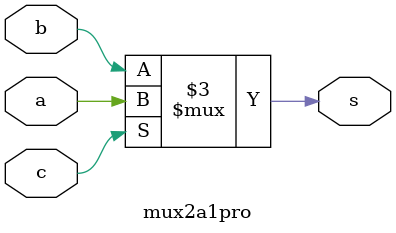
<source format=v>
/**************************************
* Module: mux2a1gates
* Date:2013-07-04  
* Author: leon     
*
* Description: Mutltiplexor 2 a 1 RTL
***************************************/
module  mux2a1pro(a,b,c,s);
input a,b,c;
output s;
reg s;
always @ (a,b,c)
if (c) s=a;
    else s=b;
endmodule


</source>
